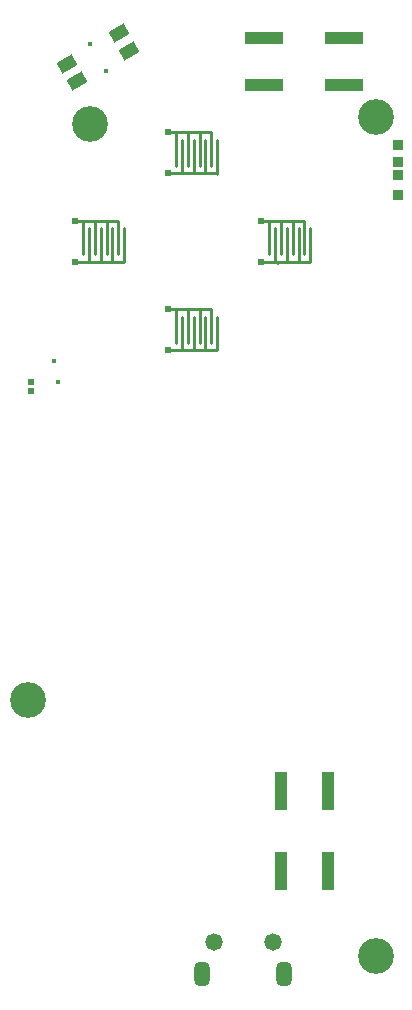
<source format=gbs>
%FSTAX23Y23*%
%MOIN*%
%SFA1B1*%

%IPPOS*%
%AMD58*
4,1,4,-0.015000,-0.031900,0.035100,-0.003000,0.015000,0.031900,-0.035100,0.003000,-0.015000,-0.031900,0.0*
%
%AMD84*
4,1,8,-0.027600,0.017600,-0.027600,-0.017600,-0.003800,-0.041400,0.003800,-0.041400,0.027600,-0.017600,0.027600,0.017600,0.003800,0.041400,-0.003800,0.041400,-0.027600,0.017600,0.0*
1,1,0.047600,-0.003800,0.017600*
1,1,0.047600,-0.003800,-0.017600*
1,1,0.047600,0.003800,-0.017600*
1,1,0.047600,0.003800,0.017600*
%
%ADD10C,0.009800*%
G04~CAMADD=58~9~0.0~0.0~579.0~402.0~0.0~0.0~0~0.0~0.0~0.0~0.0~0~0.0~0.0~0.0~0.0~0~0.0~0.0~0.0~210.0~702.0~637.0*
%ADD58D58*%
%ADD68R,0.022000X0.023600*%
%ADD83C,0.057900*%
G04~CAMADD=84~8~0.0~0.0~828.0~552.0~238.0~0.0~15~0.0~0.0~0.0~0.0~0~0.0~0.0~0.0~0.0~0~0.0~0.0~0.0~90.0~552.0~828.0*
%ADD84D84*%
%ADD85C,0.118900*%
%ADD86C,0.016500*%
%ADD87C,0.017700*%
%ADD114R,0.020500X0.020500*%
%ADD115R,0.040200X0.126800*%
%ADD116R,0.126800X0.040200*%
%ADD117R,0.032300X0.032300*%
%LNleft_board-1*%
%LPD*%
G54D10*
X02893Y04018D02*
Y04131D01*
X02873Y04044D02*
Y04156D01*
X0274Y04018D02*
X02893D01*
X02853D02*
Y04131D01*
X02814Y04018D02*
Y04131D01*
X02775Y04018D02*
Y04131D01*
X02755Y04044D02*
Y04156D01*
X02794Y04044D02*
Y04156D01*
X02834Y04044D02*
Y04156D01*
X02893Y04015D02*
Y04018D01*
X02893Y04018D02*
X02893Y04018D01*
X02728Y04156D02*
X02755D01*
X02794*
X02834*
X02873*
Y03453D02*
Y03566D01*
X02834D02*
X02873D01*
X02834Y03453D02*
Y03566D01*
X02794Y03453D02*
Y03566D01*
X02755Y03453D02*
Y03566D01*
X02775Y03428D02*
Y0354D01*
X02814Y03428D02*
Y0354D01*
X02853Y03428D02*
Y0354D01*
X0274Y03428D02*
X02893D01*
Y0354*
X02728Y03566D02*
X02755D01*
X02794*
X02834*
X02524Y03748D02*
Y03861D01*
X02484Y03748D02*
Y03861D01*
X02445Y03749D02*
Y03861D01*
X02465Y03723D02*
Y03835D01*
X02504Y03723D02*
Y03835D01*
X02543Y03723D02*
Y03835D01*
X0243Y03723D02*
X02583D01*
X02563Y03749D02*
Y03861D01*
X02583Y03723D02*
Y03835D01*
X02418Y03861D02*
X02445D01*
X02484*
X02524*
X02563*
X03144Y03748D02*
Y03861D01*
X03104Y03748D02*
Y03861D01*
X03065Y03749D02*
Y03861D01*
X03085Y03723D02*
Y03835D01*
X03124Y03723D02*
Y03835D01*
X03164Y03723D02*
Y03835D01*
X03183Y03749D02*
Y03861D01*
X03203Y03723D02*
Y03835D01*
X03085Y03723D02*
X03086Y03722D01*
X03093D02*
X03094Y0372D01*
X03086Y03722D02*
X03093D01*
X03039Y03861D02*
X03065D01*
X03104*
X03144*
X03183*
X0305Y03723D02*
X03085D01*
X03094*
X03124*
X03164*
X03203*
X03094Y03721D02*
Y03723D01*
X03093Y0372D02*
X03094Y03721D01*
G54D58*
X02567Y04485D03*
X026Y04427D03*
X02391Y04383D03*
X02425Y04325D03*
G54D68*
X02271Y03322D03*
Y03292D03*
G54D83*
X02881Y01457D03*
X03078D03*
G54D84*
X02842Y01351D03*
X03117D03*
G54D85*
X02468Y04183D03*
X03422Y04205D03*
Y01408D03*
X02261Y02263D03*
G54D86*
X02469Y04451D03*
X02522Y04359D03*
G54D87*
X02362Y03322D03*
X0235Y03393D03*
G54D114*
X0273Y04018D03*
X02728Y04156D03*
Y03566D03*
X0273Y03428D03*
X02418Y03861D03*
X0242Y03723D03*
X03039Y03861D03*
X0304Y03723D03*
G54D115*
X03262Y01959D03*
Y01692D03*
X03105D03*
Y01959D03*
G54D116*
X03317Y04312D03*
X03049D03*
X03317Y04469D03*
X03049D03*
G54D117*
X03495Y04012D03*
Y03947D03*
X03494Y04114D03*
Y04055D03*
M02*
</source>
